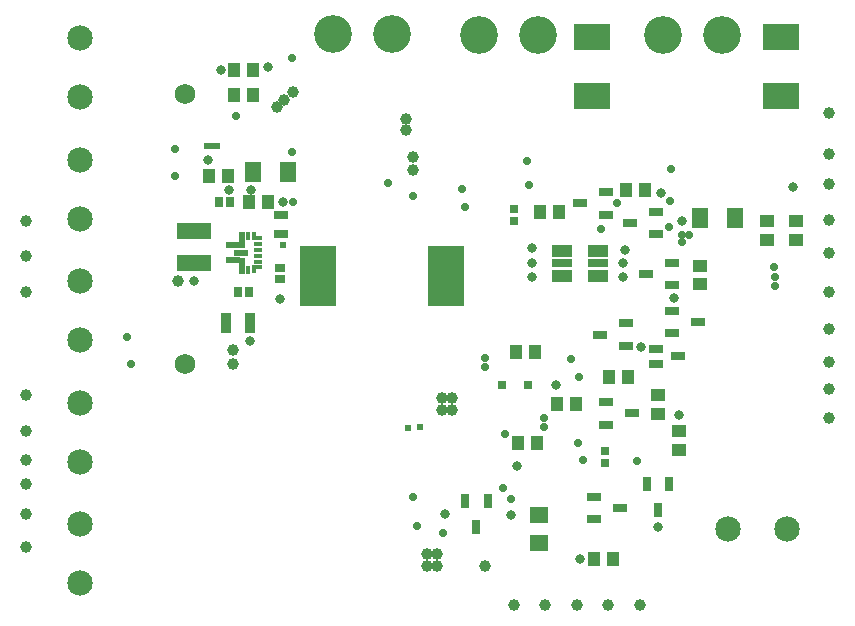
<source format=gbr>
%FSTAX23Y23*%
%MOIN*%
%SFA1B1*%

%IPPOS*%
%ADD82R,0.043430X0.047370*%
%ADD85C,0.031620*%
%ADD86R,0.049340X0.031620*%
%ADD90R,0.031620X0.032410*%
%ADD95R,0.055240X0.070990*%
%ADD99R,0.115090X0.056030*%
%ADD100R,0.045010X0.029260*%
%ADD101C,0.084770*%
%ADD102C,0.068000*%
%ADD103C,0.126110*%
%ADD104C,0.027690*%
%ADD105C,0.039500*%
%ADD106C,0.023750*%
%ADD107R,0.047370X0.043430*%
%ADD108R,0.031620X0.031620*%
%ADD109R,0.031620X0.049340*%
%ADD110R,0.120200X0.202880*%
%ADD111R,0.027690X0.026700*%
%ADD112R,0.063120X0.053280*%
%ADD113R,0.065090X0.039500*%
%ADD114R,0.065090X0.031620*%
%ADD115R,0.124140X0.087530*%
%ADD116R,0.047370X0.029650*%
%ADD117R,0.026110X0.024540*%
%ADD118R,0.025720X0.016860*%
%ADD119R,0.049340X0.023750*%
%ADD120R,0.029650X0.017840*%
%ADD121R,0.017840X0.030640*%
%ADD122R,0.017840X0.029650*%
%ADD123R,0.023750X0.057210*%
%ADD124R,0.047370X0.023750*%
%ADD125R,0.032410X0.031620*%
%ADD126R,0.032410X0.065870*%
%LNpwr_board_final_soldermask_top-1*%
%LPD*%
G54D82*
X01829Y0135D03*
X01892D03*
X02008Y00195D03*
X02071D03*
X00858Y01385D03*
X00921D03*
X01754Y0058D03*
X01817D03*
X01749Y00885D03*
X01812D03*
X01884Y0071D03*
X01947D03*
X02113Y01425D03*
X02176D03*
X00871Y01825D03*
X00808D03*
X00871Y0174D03*
X00808D03*
X02059Y008D03*
X02122D03*
X00787Y0147D03*
X00724D03*
G54D85*
X0267Y01435D03*
X0096Y0106D03*
X0092Y01834D03*
X00765Y01825D03*
X02165Y009D03*
X0223Y01415D03*
X02105Y01135D03*
X018D03*
X02105Y0118D03*
X018D03*
X02112Y01223D03*
X018Y0123D03*
X0086Y0092D03*
X00675Y0112D03*
X0097Y01385D03*
X00865Y01425D03*
X0079D03*
X0072Y01525D03*
X0188Y00775D03*
X0229Y00675D03*
X0222Y003D03*
X0196Y00195D03*
X0175Y00505D03*
X02275Y01065D03*
X023Y0132D03*
X0173Y0034D03*
X0151Y00345D03*
G54D86*
X02049Y01342D03*
Y01417D03*
X01962Y0138D03*
X02267Y01022D03*
Y00947D03*
X02354Y00985D03*
X02029Y00942D03*
X02115Y00979D03*
Y00905D03*
X02269Y01107D03*
Y01182D03*
X02182Y01145D03*
X02134Y0068D03*
X02047Y00642D03*
Y00717D03*
X02094Y00365D03*
X02007Y00327D03*
Y00402D03*
X02127Y01315D03*
X02214Y01352D03*
Y01277D03*
G54D90*
X00859Y01085D03*
X00757Y01385D03*
X00794D03*
X00822Y01085D03*
G54D95*
X02362Y0133D03*
X02477D03*
X00872Y01485D03*
X00987D03*
G54D99*
X00675Y01288D03*
Y01181D03*
G54D100*
X00965Y01341D03*
Y01278D03*
G54D101*
X02454Y00295D03*
X0265D03*
X00295Y0031D03*
Y00113D03*
Y01931D03*
Y01735D03*
Y01525D03*
Y01328D03*
Y00715D03*
Y00518D03*
Y0112D03*
Y00923D03*
G54D102*
X00645Y00845D03*
X00645Y01745D03*
G54D103*
X01822Y0194D03*
X01625D03*
X01335Y01945D03*
X01139D03*
X02435Y0194D03*
X02239D03*
G54D104*
X02083Y01382D03*
X02261Y01388D03*
X02256Y01301D03*
X023Y01275D03*
Y0125D03*
X02325Y01275D03*
X0179Y0144D03*
X01785Y0152D03*
X02265Y01495D03*
X02609Y01166D03*
X0261Y01105D03*
Y01135D03*
X0203Y01295D03*
X01569Y01428D03*
X01576Y01366D03*
X01005Y01385D03*
X01321Y01448D03*
X00465Y00845D03*
X0045Y00935D03*
X01Y0155D03*
X0061Y0147D03*
Y0156D03*
X01404Y004D03*
X01416Y00304D03*
X01002Y01865D03*
X01957Y008D03*
X0173Y00395D03*
X01705Y0043D03*
X0171Y0061D03*
X01405Y01405D03*
X0193Y0086D03*
X01645Y00835D03*
X0184Y00635D03*
X00814Y0167D03*
X0197Y00525D03*
X01953Y00579D03*
X01505Y00279D03*
X0184Y00665D03*
X01645Y00865D03*
X02151Y00522D03*
G54D105*
X00805Y00845D03*
X0279Y0168D03*
Y01545D03*
Y01445D03*
Y01325D03*
Y01215D03*
Y01085D03*
Y0096D03*
Y0085D03*
Y0076D03*
Y00665D03*
X00115Y0132D03*
Y01205D03*
Y01085D03*
Y0074D03*
Y0062D03*
Y00525D03*
Y00445D03*
Y00345D03*
Y00235D03*
X0174Y0004D03*
X01845D03*
X0195D03*
X02055D03*
X0216D03*
X00805Y0089D03*
X00975Y01725D03*
X01535Y0069D03*
Y0073D03*
X01485Y0021D03*
X0145D03*
X01005Y0175D03*
X0095Y017D03*
X01645Y0017D03*
X01485D03*
X0145D03*
X0138Y0166D03*
Y01625D03*
X01405Y0149D03*
Y01535D03*
X015Y0069D03*
Y0073D03*
X00622Y01121D03*
G54D106*
X01429Y00635D03*
X0097Y0124D03*
X01389Y0063D03*
G54D107*
X02585Y01321D03*
Y01258D03*
X0268Y01321D03*
Y01258D03*
X0222Y00678D03*
Y00741D03*
X0229Y00621D03*
Y00558D03*
X0236Y01172D03*
Y0111D03*
G54D108*
X01789Y00775D03*
X01702D03*
G54D109*
X02258Y00443D03*
X02183D03*
X0222Y00356D03*
X01653Y00388D03*
X01578D03*
X01615Y00301D03*
G54D110*
X01087Y01136D03*
X01513D03*
G54D111*
X02045Y00555D03*
Y00514D03*
X0174Y0136D03*
Y01319D03*
G54D112*
X01825Y00248D03*
Y00341D03*
G54D113*
X019Y01221D03*
Y01138D03*
X0202D03*
Y01221D03*
G54D114*
X019Y0118D03*
X0202D03*
G54D115*
X0263Y01736D03*
Y01933D03*
X02Y01736D03*
Y01933D03*
G54D116*
X02288Y0087D03*
X02213Y00844D03*
Y00895D03*
G54D117*
X00748Y0157D03*
X00722D03*
G54D118*
X00889Y01166D03*
Y01263D03*
G54D119*
X00804Y01189D03*
Y0124D03*
G54D120*
X00887Y01244D03*
Y01224D03*
Y01205D03*
Y01185D03*
G54D121*
X00875Y01159D03*
Y0127D03*
G54D122*
X00855Y01158D03*
Y01271D03*
G54D123*
X00833Y01172D03*
Y01257D03*
G54D124*
X00831Y01215D03*
G54D125*
X0096Y01163D03*
Y01126D03*
G54D126*
X0086Y0098D03*
X00781D03*
M02*
</source>
